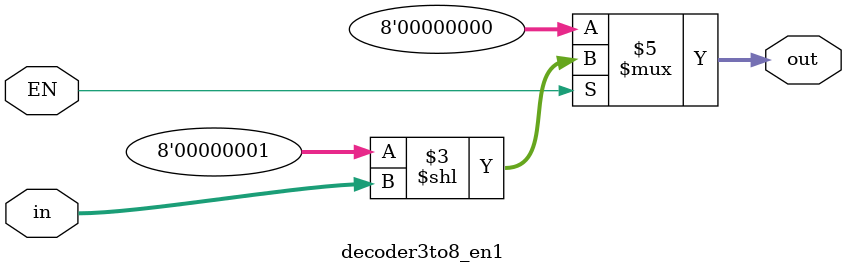
<source format=v>
module decoder3to8_en1(
input wire [2:0] in, 
input wire EN, 
output reg [7:0] out);
always @(in or EN)
if (EN == 1) 
out = (8'b00000001 << in);
else
out = 8'b00000000;
endmodule

</source>
